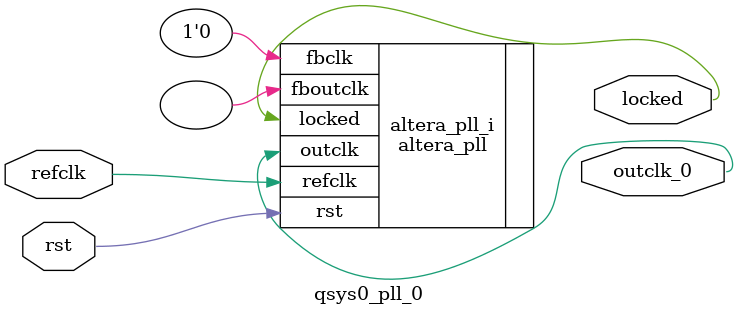
<source format=v>
`timescale 1ns/10ps
module  qsys0_pll_0(

	// interface 'refclk'
	input wire refclk,

	// interface 'reset'
	input wire rst,

	// interface 'outclk0'
	output wire outclk_0,

	// interface 'locked'
	output wire locked
);

	altera_pll #(
		.fractional_vco_multiplier("false"),
		.reference_clock_frequency("50.0 MHz"),
		.operation_mode("normal"),
		.number_of_clocks(1),
		.output_clock_frequency0("25.000000 MHz"),
		.phase_shift0("0 ps"),
		.duty_cycle0(50),
		.output_clock_frequency1("0 MHz"),
		.phase_shift1("0 ps"),
		.duty_cycle1(50),
		.output_clock_frequency2("0 MHz"),
		.phase_shift2("0 ps"),
		.duty_cycle2(50),
		.output_clock_frequency3("0 MHz"),
		.phase_shift3("0 ps"),
		.duty_cycle3(50),
		.output_clock_frequency4("0 MHz"),
		.phase_shift4("0 ps"),
		.duty_cycle4(50),
		.output_clock_frequency5("0 MHz"),
		.phase_shift5("0 ps"),
		.duty_cycle5(50),
		.output_clock_frequency6("0 MHz"),
		.phase_shift6("0 ps"),
		.duty_cycle6(50),
		.output_clock_frequency7("0 MHz"),
		.phase_shift7("0 ps"),
		.duty_cycle7(50),
		.output_clock_frequency8("0 MHz"),
		.phase_shift8("0 ps"),
		.duty_cycle8(50),
		.output_clock_frequency9("0 MHz"),
		.phase_shift9("0 ps"),
		.duty_cycle9(50),
		.output_clock_frequency10("0 MHz"),
		.phase_shift10("0 ps"),
		.duty_cycle10(50),
		.output_clock_frequency11("0 MHz"),
		.phase_shift11("0 ps"),
		.duty_cycle11(50),
		.output_clock_frequency12("0 MHz"),
		.phase_shift12("0 ps"),
		.duty_cycle12(50),
		.output_clock_frequency13("0 MHz"),
		.phase_shift13("0 ps"),
		.duty_cycle13(50),
		.output_clock_frequency14("0 MHz"),
		.phase_shift14("0 ps"),
		.duty_cycle14(50),
		.output_clock_frequency15("0 MHz"),
		.phase_shift15("0 ps"),
		.duty_cycle15(50),
		.output_clock_frequency16("0 MHz"),
		.phase_shift16("0 ps"),
		.duty_cycle16(50),
		.output_clock_frequency17("0 MHz"),
		.phase_shift17("0 ps"),
		.duty_cycle17(50),
		.pll_type("General"),
		.pll_subtype("General")
	) altera_pll_i (
		.rst	(rst),
		.outclk	({outclk_0}),
		.locked	(locked),
		.fboutclk	( ),
		.fbclk	(1'b0),
		.refclk	(refclk)
	);
endmodule


</source>
